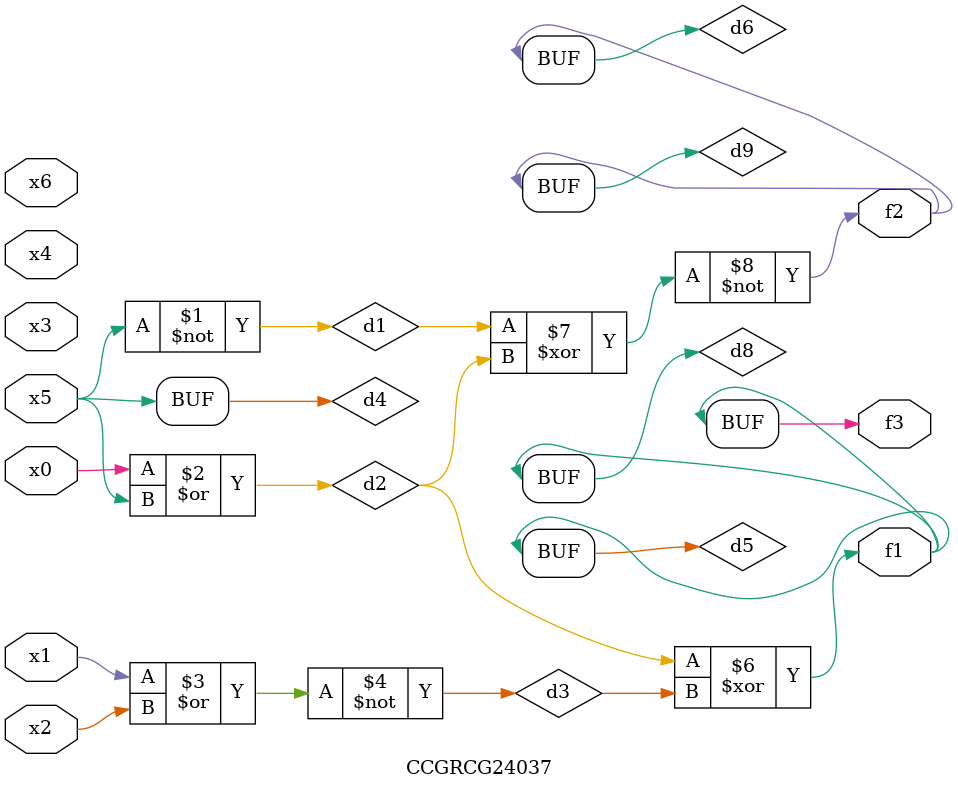
<source format=v>
module CCGRCG24037(
	input x0, x1, x2, x3, x4, x5, x6,
	output f1, f2, f3
);

	wire d1, d2, d3, d4, d5, d6, d7, d8, d9;

	nand (d1, x5);
	or (d2, x0, x5);
	nor (d3, x1, x2);
	xnor (d4, d1);
	xor (d5, d2, d3);
	xnor (d6, d1, d2);
	not (d7, x4);
	buf (d8, d5);
	xor (d9, d6);
	assign f1 = d8;
	assign f2 = d9;
	assign f3 = d8;
endmodule

</source>
